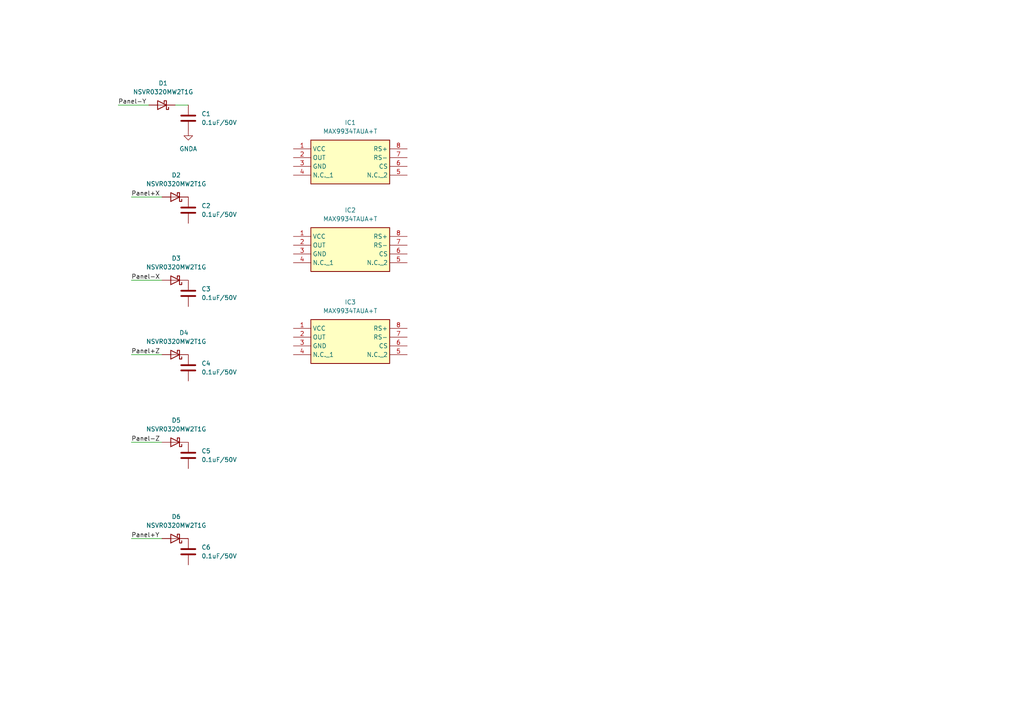
<source format=kicad_sch>
(kicad_sch (version 20230121) (generator eeschema)
  (paper "A4")
  (lib_symbols
    (symbol "Device:C" (pin_numbers hide) (pin_names (offset 0.254))
      (property "Reference" "C" (at 0.635 2.54 0))
      (property "Value" "C" (at 0.635 -2.54 0))
      (symbol "C_0_1"
        (polyline (pts (xy -2.032 -0.762) (xy 2.032 -0.762)) (stroke (width 0.508)))
        (polyline (pts (xy -2.032 0.762) (xy 2.032 0.762)) (stroke (width 0.508)))
      )
      (symbol "C_1_1"
        (pin passive line (at 0 3.81 270) (length 2.794) (name "~") (number "1"))
        (pin passive line (at 0 -3.81 90) (length 2.794) (name "~") (number "2"))
      )
    )
    (symbol "Diode:1N5819WS" (pin_numbers hide) (pin_names (offset 1.016) hide)
      (property "Reference" "D" (at 0 2.54 0))
      (property "Value" "1N5819WS" (at 0 -2.54 0))
      (symbol "1N5819WS_0_1"
        (polyline (pts (xy 1.27 0) (xy -1.27 0)))
        (polyline (pts (xy 1.27 1.27) (xy 1.27 -1.27) (xy -1.27 0) (xy 1.27 1.27)) (stroke (width 0.254)))
        (polyline (pts (xy -1.905 0.635) (xy -1.905 1.27) (xy -1.27 1.27) (xy -1.27 -1.27) (xy -0.635 -1.27) (xy -0.635 -0.635)) (stroke (width 0.254)))
      )
      (symbol "1N5819WS_1_1"
        (pin passive line (at -3.81 0 0) (length 2.54) (name "K") (number "1"))
        (pin passive line (at 3.81 0 180) (length 2.54) (name "A") (number "2"))
      )
    )
    (symbol "MAX9934TAUA+T:MAX9934TAUA+T"
      (property "Reference" "IC" (at 29.21 7.62 0))
      (property "Value" "MAX9934TAUA+T" (at 29.21 5.08 0))
      (symbol "MAX9934TAUA+T_1_1"
        (rectangle (start 5.08 2.54) (end 27.94 -10.16) (stroke (width 0.254)) (fill (type background)))
        (pin passive line (at 0 0 0) (length 5.08) (name "VCC") (number "1"))
        (pin passive line (at 0 -2.54 0) (length 5.08) (name "OUT") (number "2"))
        (pin passive line (at 0 -5.08 0) (length 5.08) (name "GND") (number "3"))
        (pin passive line (at 0 -7.62 0) (length 5.08) (name "N.C._1") (number "4"))
        (pin passive line (at 33.02 -7.62 180) (length 5.08) (name "N.C._2") (number "5"))
        (pin passive line (at 33.02 -5.08 180) (length 5.08) (name "CS") (number "6"))
        (pin passive line (at 33.02 -2.54 180) (length 5.08) (name "RS-") (number "7"))
        (pin passive line (at 33.02 0 180) (length 5.08) (name "RS+") (number "8"))
      )
    )
    (symbol "power:GNDA" (power) (pin_names (offset 0))
      (property "Value" "GNDA" (at 0 -3.81 0))
      (symbol "GNDA_0_1"
        (polyline (pts (xy 0 0) (xy 0 -1.27) (xy 1.27 -1.27) (xy 0 -2.54) (xy -1.27 -1.27) (xy 0 -1.27)))
      )
      (symbol "GNDA_1_1"
        (pin power_in line (at 0 0 270) (length 0) hide (name "GNDA") (number "1"))
      )
    )
  )
  (wire (pts (xy 38.1 57.15) (xy 46.99 57.15)))
  (wire (pts (xy 34.29 30.48) (xy 43.18 30.48)))
  (wire (pts (xy 38.1 156.21) (xy 46.99 156.21)))
  (wire (pts (xy 38.1 81.28) (xy 46.99 81.28)))
  (wire (pts (xy 54.61 30.48) (xy 50.8 30.48)))
  (wire (pts (xy 38.1 102.87) (xy 46.99 102.87)))
  (wire (pts (xy 38.1 128.27) (xy 46.99 128.27)))
  (label "Panel-Z" (at 38.1 128.27 0))
  (label "Panel-Y" (at 34.29 30.48 0))
  (label "Panel+Y" (at 38.1 156.21 0))
  (label "Panel+X" (at 38.1 57.15 0))
  (label "Panel-X" (at 38.1 81.28 0))
  (label "Panel+Z" (at 38.1 102.87 0))
  (symbol (lib_id "Diode:1N5819WS") (at 46.99 30.48 180) (unit 1)
    (property "Reference" "D1" (at 47.3075 24.13 0))
    (property "Value" "NSVR0320MW2T1G" (at 47.3075 26.67 0))
    (property "Footprint" "Diode_SMD:D_SOD-323" (effects hide))
    (property "Datasheet" "https://datasheet.lcsc.com/lcsc/2210210130_onsemi-NSVR0320MW2T1G_C232573.pdf" (effects hide))
    (property "Part_Number" "C232573" (effects hide))
  )
  (symbol (lib_id "Diode:1N5819WS") (at 50.8 102.87 180) (unit 1)
    (property "Reference" "D4" (at 53.34 96.52 0))
    (property "Value" "NSVR0320MW2T1G" (at 51.1175 99.06 0))
    (property "Footprint" "Diode_SMD:D_SOD-323" (effects hide))
    (property "Datasheet" "https://datasheet.lcsc.com/lcsc/2210210130_onsemi-NSVR0320MW2T1G_C232573.pdf" (effects hide))
    (property "Part_Number" "C232573" (effects hide))
  )
  (symbol (lib_id "MAX9934TAUA+T:MAX9934TAUA+T") (at 85.09 95.25 0) (unit 1)
    (property "Reference" "IC3" (at 101.6 87.63 0))
    (property "Value" "MAX9934TAUA+T" (at 101.6 90.17 0))
    (property "Footprint" "MAX9934TAUA+T:SOP65P490X110-8N" (effects hide))
    (property "Datasheet" "https://ms.componentsearchengine.com/Datasheets/1/MAX9934TAUA+T.pdf" (effects hide))
    (property "Height" "1.1" (effects hide))
    (property "Manufacturer_Name" "Analog Devices" (effects hide))
    (property "Manufacturer_Part_Number" "MAX9934TAUA+T" (effects hide))
  )
  (symbol (lib_id "Device:C") (at 54.61 160.02 0) (unit 1)
    (property "Reference" "C6" (at 58.42 158.75 0) (effects (justify left)))
    (property "Value" "0.1uF/50V" (at 58.42 161.29 0) (effects (justify left)))
    (property "Footprint" "Capacitor_SMD:C_0805_2012Metric" (effects hide))
    (property "Datasheet" "https://datasheet.lcsc.com/lcsc/2001171835_IHHEC-HOLY-STONE-ENTERPRISE-CO---LTD-C0805X104K101T_C485772.pdf" (effects hide))
    (property "Part_Number" "C485772" (effects hide))
  )
  (symbol (lib_id "Diode:1N5819WS") (at 50.8 81.28 180) (unit 1)
    (property "Reference" "D3" (at 51.1175 74.93 0))
    (property "Value" "NSVR0320MW2T1G" (at 51.1175 77.47 0))
    (property "Footprint" "Diode_SMD:D_SOD-323" (effects hide))
    (property "Datasheet" "https://datasheet.lcsc.com/lcsc/2210210130_onsemi-NSVR0320MW2T1G_C232573.pdf" (effects hide))
    (property "Part_Number" "C232573" (effects hide))
  )
  (symbol (lib_id "MAX9934TAUA+T:MAX9934TAUA+T") (at 85.09 68.58 0) (unit 1)
    (property "Reference" "IC2" (at 101.6 60.96 0))
    (property "Value" "MAX9934TAUA+T" (at 101.6 63.5 0))
    (property "Footprint" "MAX9934TAUA+T:SOP65P490X110-8N" (effects hide))
    (property "Datasheet" "https://ms.componentsearchengine.com/Datasheets/1/MAX9934TAUA+T.pdf" (effects hide))
    (property "Height" "1.1" (effects hide))
    (property "Manufacturer_Name" "Analog Devices" (effects hide))
    (property "Manufacturer_Part_Number" "MAX9934TAUA+T" (effects hide))
  )
  (symbol (lib_id "Diode:1N5819WS") (at 50.8 156.21 180) (unit 1)
    (property "Reference" "D6" (at 51.1175 149.86 0))
    (property "Value" "NSVR0320MW2T1G" (at 51.1175 152.4 0))
    (property "Footprint" "Diode_SMD:D_SOD-323" (effects hide))
    (property "Datasheet" "https://datasheet.lcsc.com/lcsc/2210210130_onsemi-NSVR0320MW2T1G_C232573.pdf" (effects hide))
    (property "Part_Number" "C232573" (effects hide))
  )
  (symbol (lib_id "Device:C") (at 54.61 60.96 0) (unit 1)
    (property "Reference" "C2" (at 58.42 59.69 0) (effects (justify left)))
    (property "Value" "0.1uF/50V" (at 58.42 62.23 0) (effects (justify left)))
    (property "Footprint" "Capacitor_SMD:C_0805_2012Metric" (effects hide))
    (property "Datasheet" "https://datasheet.lcsc.com/lcsc/2001171835_IHHEC-HOLY-STONE-ENTERPRISE-CO---LTD-C0805X104K101T_C485772.pdf" (effects hide))
    (property "Part_Number" "C485772" (effects hide))
  )
  (symbol (lib_id "Device:C") (at 54.61 106.68 0) (unit 1)
    (property "Reference" "C4" (at 58.42 105.41 0) (effects (justify left)))
    (property "Value" "0.1uF/50V" (at 58.42 107.95 0) (effects (justify left)))
    (property "Footprint" "Capacitor_SMD:C_0805_2012Metric" (effects hide))
    (property "Datasheet" "https://datasheet.lcsc.com/lcsc/2001171835_IHHEC-HOLY-STONE-ENTERPRISE-CO---LTD-C0805X104K101T_C485772.pdf" (effects hide))
    (property "Part_Number" "C485772" (effects hide))
  )
  (symbol (lib_id "Diode:1N5819WS") (at 50.8 57.15 180) (unit 1)
    (property "Reference" "D2" (at 51.1175 50.8 0))
    (property "Value" "NSVR0320MW2T1G" (at 51.1175 53.34 0))
    (property "Footprint" "Diode_SMD:D_SOD-323" (effects hide))
    (property "Datasheet" "https://datasheet.lcsc.com/lcsc/2210210130_onsemi-NSVR0320MW2T1G_C232573.pdf" (effects hide))
    (property "Part_Number" "C232573" (effects hide))
  )
  (symbol (lib_id "MAX9934TAUA+T:MAX9934TAUA+T") (at 85.09 43.18 0) (unit 1)
    (property "Reference" "IC1" (at 101.6 35.56 0))
    (property "Value" "MAX9934TAUA+T" (at 101.6 38.1 0))
    (property "Footprint" "MAX9934TAUA+T:SOP65P490X110-8N" (effects hide))
    (property "Datasheet" "https://ms.componentsearchengine.com/Datasheets/1/MAX9934TAUA+T.pdf" (effects hide))
    (property "Height" "1.1" (effects hide))
    (property "Manufacturer_Name" "Analog Devices" (effects hide))
    (property "Manufacturer_Part_Number" "MAX9934TAUA+T" (effects hide))
  )
  (symbol (lib_id "Device:C") (at 54.61 34.29 0) (unit 1)
    (property "Reference" "C1" (at 58.42 33.02 0) (effects (justify left)))
    (property "Value" "0.1uF/50V" (at 58.42 35.56 0) (effects (justify left)))
    (property "Footprint" "Capacitor_SMD:C_0805_2012Metric" (effects hide))
    (property "Datasheet" "https://datasheet.lcsc.com/lcsc/2001171835_IHHEC-HOLY-STONE-ENTERPRISE-CO---LTD-C0805X104K101T_C485772.pdf" (effects hide))
    (property "Part_Number" "C485772" (effects hide))
  )
  (symbol (lib_id "Diode:1N5819WS") (at 50.8 128.27 180) (unit 1)
    (property "Reference" "D5" (at 51.1175 121.92 0))
    (property "Value" "NSVR0320MW2T1G" (at 51.1175 124.46 0))
    (property "Footprint" "Diode_SMD:D_SOD-323" (effects hide))
    (property "Datasheet" "https://datasheet.lcsc.com/lcsc/2210210130_onsemi-NSVR0320MW2T1G_C232573.pdf" (effects hide))
    (property "Part_Number" "C232573" (effects hide))
  )
  (symbol (lib_id "Device:C") (at 54.61 85.09 0) (unit 1)
    (property "Reference" "C3" (at 58.42 83.82 0) (effects (justify left)))
    (property "Value" "0.1uF/50V" (at 58.42 86.36 0) (effects (justify left)))
    (property "Footprint" "Capacitor_SMD:C_0805_2012Metric" (effects hide))
    (property "Datasheet" "https://datasheet.lcsc.com/lcsc/2001171835_IHHEC-HOLY-STONE-ENTERPRISE-CO---LTD-C0805X104K101T_C485772.pdf" (effects hide))
    (property "Part_Number" "C485772" (effects hide))
  )
  (symbol (lib_id "Device:C") (at 54.61 132.08 0) (unit 1)
    (property "Reference" "C5" (at 58.42 130.81 0) (effects (justify left)))
    (property "Value" "0.1uF/50V" (at 58.42 133.35 0) (effects (justify left)))
    (property "Footprint" "Capacitor_SMD:C_0805_2012Metric" (effects hide))
    (property "Datasheet" "https://datasheet.lcsc.com/lcsc/2001171835_IHHEC-HOLY-STONE-ENTERPRISE-CO---LTD-C0805X104K101T_C485772.pdf" (effects hide))
    (property "Part_Number" "C485772" (effects hide))
  )
  (symbol (lib_id "power:GNDA") (at 54.61 38.1 0) (unit 1)
    (property "Reference" "#PWR02" (effects hide))
    (property "Value" "GNDA" (at 54.61 43.18 0))
  )
)
</source>
